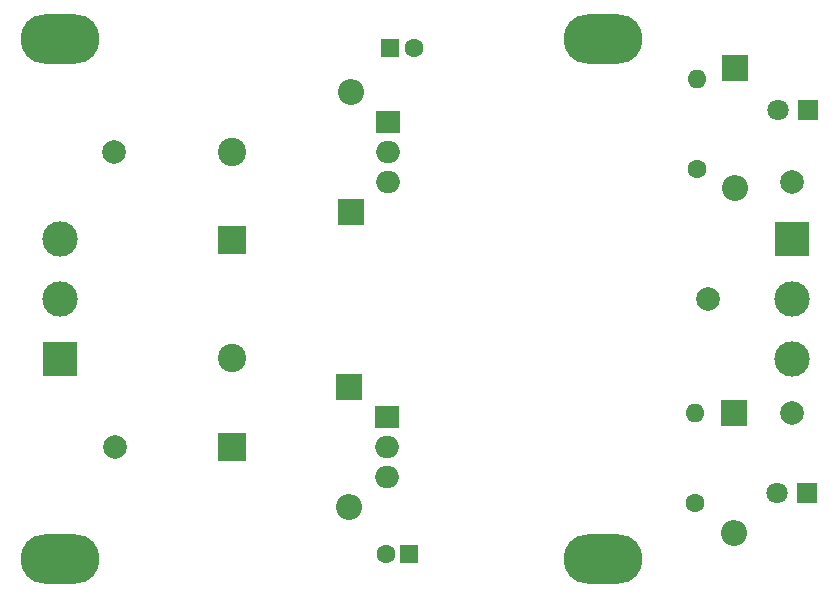
<source format=gts>
G04 #@! TF.GenerationSoftware,KiCad,Pcbnew,8.0.6-8.0.6-0~ubuntu22.04.1*
G04 #@! TF.CreationDate,2025-01-19T18:25:12+00:00*
G04 #@! TF.ProjectId,PSU-addon,5053552d-6164-4646-9f6e-2e6b69636164,rev?*
G04 #@! TF.SameCoordinates,Original*
G04 #@! TF.FileFunction,Soldermask,Top*
G04 #@! TF.FilePolarity,Negative*
%FSLAX46Y46*%
G04 Gerber Fmt 4.6, Leading zero omitted, Abs format (unit mm)*
G04 Created by KiCad (PCBNEW 8.0.6-8.0.6-0~ubuntu22.04.1) date 2025-01-19 18:25:12*
%MOMM*%
%LPD*%
G01*
G04 APERTURE LIST*
%ADD10C,2.000000*%
%ADD11R,2.200000X2.200000*%
%ADD12O,2.200000X2.200000*%
%ADD13O,6.700000X4.200000*%
%ADD14C,1.600000*%
%ADD15O,1.600000X1.600000*%
%ADD16R,1.800000X1.800000*%
%ADD17C,1.800000*%
%ADD18R,2.400000X2.400000*%
%ADD19C,2.400000*%
%ADD20R,3.000000X3.000000*%
%ADD21C,3.000000*%
%ADD22R,2.000000X1.905000*%
%ADD23O,2.000000X1.905000*%
%ADD24R,1.600000X1.600000*%
G04 APERTURE END LIST*
D10*
X92000000Y-59312755D03*
D11*
X87100000Y-59332755D03*
D12*
X87100000Y-69492755D03*
D10*
X34600000Y-37212755D03*
X92000000Y-39812755D03*
D13*
X30000000Y-27700000D03*
D11*
X54500000Y-57132755D03*
D12*
X54500000Y-67292755D03*
D13*
X76000000Y-27700000D03*
D14*
X83800000Y-66922755D03*
D15*
X83800000Y-59302755D03*
D11*
X54700000Y-42292755D03*
D12*
X54700000Y-32132755D03*
D16*
X93300000Y-66112755D03*
D17*
X90760000Y-66112755D03*
D18*
X44600000Y-62212755D03*
D19*
X44600000Y-54712755D03*
D13*
X30000000Y-71700000D03*
D20*
X30000000Y-54792755D03*
D21*
X30000000Y-49712755D03*
X30000000Y-44632755D03*
D10*
X34700000Y-62212755D03*
D18*
X44600000Y-44712755D03*
D19*
X44600000Y-37212755D03*
D20*
X92000000Y-44632755D03*
D21*
X92000000Y-49712755D03*
X92000000Y-54792755D03*
D14*
X84000000Y-38720000D03*
D15*
X84000000Y-31100000D03*
D13*
X76000000Y-71700000D03*
D16*
X93375000Y-33712755D03*
D17*
X90835000Y-33712755D03*
D22*
X57700000Y-59672755D03*
D23*
X57700000Y-62212755D03*
X57700000Y-64752755D03*
D11*
X87200000Y-30132755D03*
D12*
X87200000Y-40292755D03*
D24*
X58000000Y-28412755D03*
D14*
X60000000Y-28412755D03*
D24*
X59600000Y-71312755D03*
D14*
X57600000Y-71312755D03*
D10*
X84900000Y-49700000D03*
D22*
X57800000Y-34672755D03*
D23*
X57800000Y-37212755D03*
X57800000Y-39752755D03*
M02*

</source>
